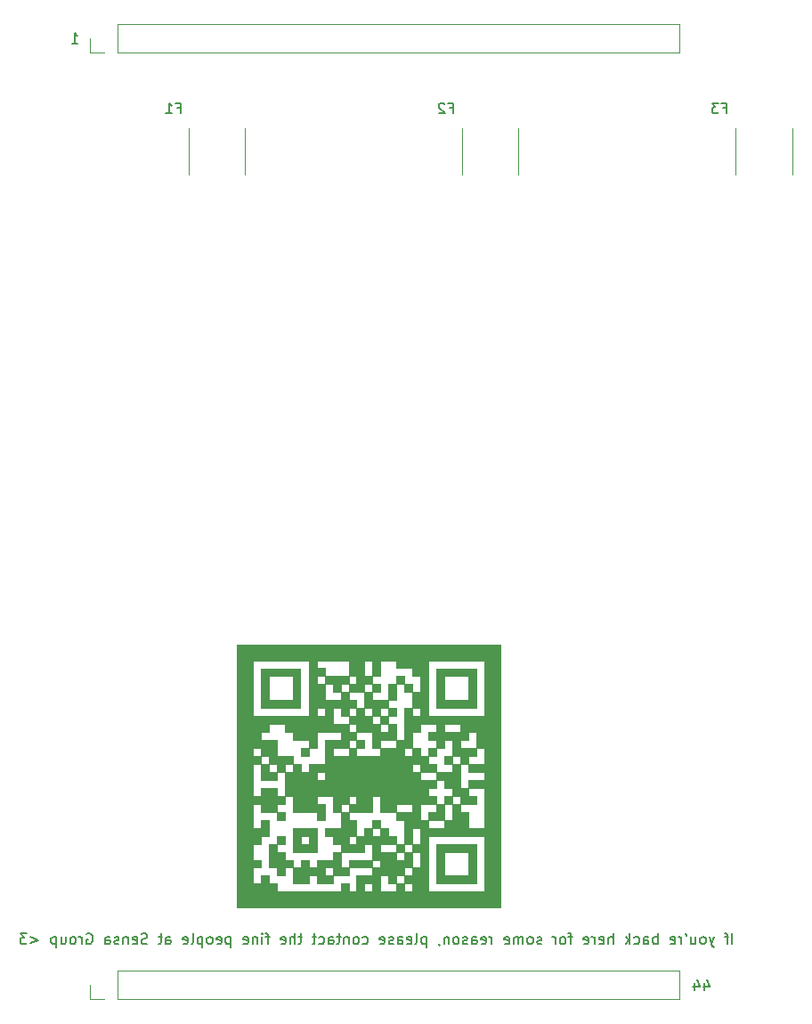
<source format=gbr>
%TF.GenerationSoftware,KiCad,Pcbnew,(5.1.9)-1*%
%TF.CreationDate,2021-11-07T00:19:35+01:00*%
%TF.ProjectId,RelayBoard,52656c61-7942-46f6-9172-642e6b696361,Version 1 *%
%TF.SameCoordinates,Original*%
%TF.FileFunction,Legend,Bot*%
%TF.FilePolarity,Positive*%
%FSLAX46Y46*%
G04 Gerber Fmt 4.6, Leading zero omitted, Abs format (unit mm)*
G04 Created by KiCad (PCBNEW (5.1.9)-1) date 2021-11-07 00:19:35*
%MOMM*%
%LPD*%
G01*
G04 APERTURE LIST*
%ADD10C,0.150000*%
%ADD11C,0.010000*%
%ADD12C,0.120000*%
G04 APERTURE END LIST*
D10*
X143403333Y-186312380D02*
X143403333Y-185312380D01*
X143069999Y-185645714D02*
X142689047Y-185645714D01*
X142927142Y-186312380D02*
X142927142Y-185455238D01*
X142879523Y-185360000D01*
X142784285Y-185312380D01*
X142689047Y-185312380D01*
X141689047Y-185645714D02*
X141450952Y-186312380D01*
X141212857Y-185645714D02*
X141450952Y-186312380D01*
X141546190Y-186550476D01*
X141593809Y-186598095D01*
X141689047Y-186645714D01*
X140689047Y-186312380D02*
X140784285Y-186264761D01*
X140831904Y-186217142D01*
X140879523Y-186121904D01*
X140879523Y-185836190D01*
X140831904Y-185740952D01*
X140784285Y-185693333D01*
X140689047Y-185645714D01*
X140546190Y-185645714D01*
X140450952Y-185693333D01*
X140403333Y-185740952D01*
X140355714Y-185836190D01*
X140355714Y-186121904D01*
X140403333Y-186217142D01*
X140450952Y-186264761D01*
X140546190Y-186312380D01*
X140689047Y-186312380D01*
X139498571Y-185645714D02*
X139498571Y-186312380D01*
X139927142Y-185645714D02*
X139927142Y-186169523D01*
X139879523Y-186264761D01*
X139784285Y-186312380D01*
X139641428Y-186312380D01*
X139546190Y-186264761D01*
X139498571Y-186217142D01*
X138974761Y-185312380D02*
X139069999Y-185502857D01*
X138546190Y-186312380D02*
X138546190Y-185645714D01*
X138546190Y-185836190D02*
X138498571Y-185740952D01*
X138450952Y-185693333D01*
X138355714Y-185645714D01*
X138260476Y-185645714D01*
X137546190Y-186264761D02*
X137641428Y-186312380D01*
X137831904Y-186312380D01*
X137927142Y-186264761D01*
X137974761Y-186169523D01*
X137974761Y-185788571D01*
X137927142Y-185693333D01*
X137831904Y-185645714D01*
X137641428Y-185645714D01*
X137546190Y-185693333D01*
X137498571Y-185788571D01*
X137498571Y-185883809D01*
X137974761Y-185979047D01*
X136308095Y-186312380D02*
X136308095Y-185312380D01*
X136308095Y-185693333D02*
X136212857Y-185645714D01*
X136022380Y-185645714D01*
X135927142Y-185693333D01*
X135879523Y-185740952D01*
X135831904Y-185836190D01*
X135831904Y-186121904D01*
X135879523Y-186217142D01*
X135927142Y-186264761D01*
X136022380Y-186312380D01*
X136212857Y-186312380D01*
X136308095Y-186264761D01*
X134974761Y-186312380D02*
X134974761Y-185788571D01*
X135022380Y-185693333D01*
X135117619Y-185645714D01*
X135308095Y-185645714D01*
X135403333Y-185693333D01*
X134974761Y-186264761D02*
X135069999Y-186312380D01*
X135308095Y-186312380D01*
X135403333Y-186264761D01*
X135450952Y-186169523D01*
X135450952Y-186074285D01*
X135403333Y-185979047D01*
X135308095Y-185931428D01*
X135069999Y-185931428D01*
X134974761Y-185883809D01*
X134069999Y-186264761D02*
X134165238Y-186312380D01*
X134355714Y-186312380D01*
X134450952Y-186264761D01*
X134498571Y-186217142D01*
X134546190Y-186121904D01*
X134546190Y-185836190D01*
X134498571Y-185740952D01*
X134450952Y-185693333D01*
X134355714Y-185645714D01*
X134165238Y-185645714D01*
X134069999Y-185693333D01*
X133641428Y-186312380D02*
X133641428Y-185312380D01*
X133546190Y-185931428D02*
X133260476Y-186312380D01*
X133260476Y-185645714D02*
X133641428Y-186026666D01*
X132069999Y-186312380D02*
X132069999Y-185312380D01*
X131641428Y-186312380D02*
X131641428Y-185788571D01*
X131689047Y-185693333D01*
X131784285Y-185645714D01*
X131927142Y-185645714D01*
X132022380Y-185693333D01*
X132069999Y-185740952D01*
X130784285Y-186264761D02*
X130879523Y-186312380D01*
X131069999Y-186312380D01*
X131165238Y-186264761D01*
X131212857Y-186169523D01*
X131212857Y-185788571D01*
X131165238Y-185693333D01*
X131069999Y-185645714D01*
X130879523Y-185645714D01*
X130784285Y-185693333D01*
X130736666Y-185788571D01*
X130736666Y-185883809D01*
X131212857Y-185979047D01*
X130308095Y-186312380D02*
X130308095Y-185645714D01*
X130308095Y-185836190D02*
X130260476Y-185740952D01*
X130212857Y-185693333D01*
X130117619Y-185645714D01*
X130022380Y-185645714D01*
X129308095Y-186264761D02*
X129403333Y-186312380D01*
X129593809Y-186312380D01*
X129689047Y-186264761D01*
X129736666Y-186169523D01*
X129736666Y-185788571D01*
X129689047Y-185693333D01*
X129593809Y-185645714D01*
X129403333Y-185645714D01*
X129308095Y-185693333D01*
X129260476Y-185788571D01*
X129260476Y-185883809D01*
X129736666Y-185979047D01*
X128212857Y-185645714D02*
X127831904Y-185645714D01*
X128069999Y-186312380D02*
X128069999Y-185455238D01*
X128022380Y-185360000D01*
X127927142Y-185312380D01*
X127831904Y-185312380D01*
X127355714Y-186312380D02*
X127450952Y-186264761D01*
X127498571Y-186217142D01*
X127546190Y-186121904D01*
X127546190Y-185836190D01*
X127498571Y-185740952D01*
X127450952Y-185693333D01*
X127355714Y-185645714D01*
X127212857Y-185645714D01*
X127117619Y-185693333D01*
X127069999Y-185740952D01*
X127022380Y-185836190D01*
X127022380Y-186121904D01*
X127069999Y-186217142D01*
X127117619Y-186264761D01*
X127212857Y-186312380D01*
X127355714Y-186312380D01*
X126593809Y-186312380D02*
X126593809Y-185645714D01*
X126593809Y-185836190D02*
X126546190Y-185740952D01*
X126498571Y-185693333D01*
X126403333Y-185645714D01*
X126308095Y-185645714D01*
X125260476Y-186264761D02*
X125165238Y-186312380D01*
X124974761Y-186312380D01*
X124879523Y-186264761D01*
X124831904Y-186169523D01*
X124831904Y-186121904D01*
X124879523Y-186026666D01*
X124974761Y-185979047D01*
X125117619Y-185979047D01*
X125212857Y-185931428D01*
X125260476Y-185836190D01*
X125260476Y-185788571D01*
X125212857Y-185693333D01*
X125117619Y-185645714D01*
X124974761Y-185645714D01*
X124879523Y-185693333D01*
X124260476Y-186312380D02*
X124355714Y-186264761D01*
X124403333Y-186217142D01*
X124450952Y-186121904D01*
X124450952Y-185836190D01*
X124403333Y-185740952D01*
X124355714Y-185693333D01*
X124260476Y-185645714D01*
X124117619Y-185645714D01*
X124022380Y-185693333D01*
X123974761Y-185740952D01*
X123927142Y-185836190D01*
X123927142Y-186121904D01*
X123974761Y-186217142D01*
X124022380Y-186264761D01*
X124117619Y-186312380D01*
X124260476Y-186312380D01*
X123498571Y-186312380D02*
X123498571Y-185645714D01*
X123498571Y-185740952D02*
X123450952Y-185693333D01*
X123355714Y-185645714D01*
X123212857Y-185645714D01*
X123117619Y-185693333D01*
X123069999Y-185788571D01*
X123069999Y-186312380D01*
X123069999Y-185788571D02*
X123022380Y-185693333D01*
X122927142Y-185645714D01*
X122784285Y-185645714D01*
X122689047Y-185693333D01*
X122641428Y-185788571D01*
X122641428Y-186312380D01*
X121784285Y-186264761D02*
X121879523Y-186312380D01*
X122069999Y-186312380D01*
X122165238Y-186264761D01*
X122212857Y-186169523D01*
X122212857Y-185788571D01*
X122165238Y-185693333D01*
X122069999Y-185645714D01*
X121879523Y-185645714D01*
X121784285Y-185693333D01*
X121736666Y-185788571D01*
X121736666Y-185883809D01*
X122212857Y-185979047D01*
X120546190Y-186312380D02*
X120546190Y-185645714D01*
X120546190Y-185836190D02*
X120498571Y-185740952D01*
X120450952Y-185693333D01*
X120355714Y-185645714D01*
X120260476Y-185645714D01*
X119546190Y-186264761D02*
X119641428Y-186312380D01*
X119831904Y-186312380D01*
X119927142Y-186264761D01*
X119974761Y-186169523D01*
X119974761Y-185788571D01*
X119927142Y-185693333D01*
X119831904Y-185645714D01*
X119641428Y-185645714D01*
X119546190Y-185693333D01*
X119498571Y-185788571D01*
X119498571Y-185883809D01*
X119974761Y-185979047D01*
X118641428Y-186312380D02*
X118641428Y-185788571D01*
X118689047Y-185693333D01*
X118784285Y-185645714D01*
X118974761Y-185645714D01*
X119069999Y-185693333D01*
X118641428Y-186264761D02*
X118736666Y-186312380D01*
X118974761Y-186312380D01*
X119069999Y-186264761D01*
X119117619Y-186169523D01*
X119117619Y-186074285D01*
X119069999Y-185979047D01*
X118974761Y-185931428D01*
X118736666Y-185931428D01*
X118641428Y-185883809D01*
X118212857Y-186264761D02*
X118117619Y-186312380D01*
X117927142Y-186312380D01*
X117831904Y-186264761D01*
X117784285Y-186169523D01*
X117784285Y-186121904D01*
X117831904Y-186026666D01*
X117927142Y-185979047D01*
X118069999Y-185979047D01*
X118165238Y-185931428D01*
X118212857Y-185836190D01*
X118212857Y-185788571D01*
X118165238Y-185693333D01*
X118069999Y-185645714D01*
X117927142Y-185645714D01*
X117831904Y-185693333D01*
X117212857Y-186312380D02*
X117308095Y-186264761D01*
X117355714Y-186217142D01*
X117403333Y-186121904D01*
X117403333Y-185836190D01*
X117355714Y-185740952D01*
X117308095Y-185693333D01*
X117212857Y-185645714D01*
X117069999Y-185645714D01*
X116974761Y-185693333D01*
X116927142Y-185740952D01*
X116879523Y-185836190D01*
X116879523Y-186121904D01*
X116927142Y-186217142D01*
X116974761Y-186264761D01*
X117069999Y-186312380D01*
X117212857Y-186312380D01*
X116450952Y-185645714D02*
X116450952Y-186312380D01*
X116450952Y-185740952D02*
X116403333Y-185693333D01*
X116308095Y-185645714D01*
X116165238Y-185645714D01*
X116069999Y-185693333D01*
X116022380Y-185788571D01*
X116022380Y-186312380D01*
X115498571Y-186264761D02*
X115498571Y-186312380D01*
X115546190Y-186407619D01*
X115593809Y-186455238D01*
X114308095Y-185645714D02*
X114308095Y-186645714D01*
X114308095Y-185693333D02*
X114212857Y-185645714D01*
X114022380Y-185645714D01*
X113927142Y-185693333D01*
X113879523Y-185740952D01*
X113831904Y-185836190D01*
X113831904Y-186121904D01*
X113879523Y-186217142D01*
X113927142Y-186264761D01*
X114022380Y-186312380D01*
X114212857Y-186312380D01*
X114308095Y-186264761D01*
X113260476Y-186312380D02*
X113355714Y-186264761D01*
X113403333Y-186169523D01*
X113403333Y-185312380D01*
X112498571Y-186264761D02*
X112593809Y-186312380D01*
X112784285Y-186312380D01*
X112879523Y-186264761D01*
X112927142Y-186169523D01*
X112927142Y-185788571D01*
X112879523Y-185693333D01*
X112784285Y-185645714D01*
X112593809Y-185645714D01*
X112498571Y-185693333D01*
X112450952Y-185788571D01*
X112450952Y-185883809D01*
X112927142Y-185979047D01*
X111593809Y-186312380D02*
X111593809Y-185788571D01*
X111641428Y-185693333D01*
X111736666Y-185645714D01*
X111927142Y-185645714D01*
X112022380Y-185693333D01*
X111593809Y-186264761D02*
X111689047Y-186312380D01*
X111927142Y-186312380D01*
X112022380Y-186264761D01*
X112069999Y-186169523D01*
X112069999Y-186074285D01*
X112022380Y-185979047D01*
X111927142Y-185931428D01*
X111689047Y-185931428D01*
X111593809Y-185883809D01*
X111165238Y-186264761D02*
X111069999Y-186312380D01*
X110879523Y-186312380D01*
X110784285Y-186264761D01*
X110736666Y-186169523D01*
X110736666Y-186121904D01*
X110784285Y-186026666D01*
X110879523Y-185979047D01*
X111022380Y-185979047D01*
X111117619Y-185931428D01*
X111165238Y-185836190D01*
X111165238Y-185788571D01*
X111117619Y-185693333D01*
X111022380Y-185645714D01*
X110879523Y-185645714D01*
X110784285Y-185693333D01*
X109927142Y-186264761D02*
X110022380Y-186312380D01*
X110212857Y-186312380D01*
X110308095Y-186264761D01*
X110355714Y-186169523D01*
X110355714Y-185788571D01*
X110308095Y-185693333D01*
X110212857Y-185645714D01*
X110022380Y-185645714D01*
X109927142Y-185693333D01*
X109879523Y-185788571D01*
X109879523Y-185883809D01*
X110355714Y-185979047D01*
X108260476Y-186264761D02*
X108355714Y-186312380D01*
X108546190Y-186312380D01*
X108641428Y-186264761D01*
X108689047Y-186217142D01*
X108736666Y-186121904D01*
X108736666Y-185836190D01*
X108689047Y-185740952D01*
X108641428Y-185693333D01*
X108546190Y-185645714D01*
X108355714Y-185645714D01*
X108260476Y-185693333D01*
X107689047Y-186312380D02*
X107784285Y-186264761D01*
X107831904Y-186217142D01*
X107879523Y-186121904D01*
X107879523Y-185836190D01*
X107831904Y-185740952D01*
X107784285Y-185693333D01*
X107689047Y-185645714D01*
X107546190Y-185645714D01*
X107450952Y-185693333D01*
X107403333Y-185740952D01*
X107355714Y-185836190D01*
X107355714Y-186121904D01*
X107403333Y-186217142D01*
X107450952Y-186264761D01*
X107546190Y-186312380D01*
X107689047Y-186312380D01*
X106927142Y-185645714D02*
X106927142Y-186312380D01*
X106927142Y-185740952D02*
X106879523Y-185693333D01*
X106784285Y-185645714D01*
X106641428Y-185645714D01*
X106546190Y-185693333D01*
X106498571Y-185788571D01*
X106498571Y-186312380D01*
X106165238Y-185645714D02*
X105784285Y-185645714D01*
X106022380Y-185312380D02*
X106022380Y-186169523D01*
X105974761Y-186264761D01*
X105879523Y-186312380D01*
X105784285Y-186312380D01*
X105022380Y-186312380D02*
X105022380Y-185788571D01*
X105069999Y-185693333D01*
X105165238Y-185645714D01*
X105355714Y-185645714D01*
X105450952Y-185693333D01*
X105022380Y-186264761D02*
X105117619Y-186312380D01*
X105355714Y-186312380D01*
X105450952Y-186264761D01*
X105498571Y-186169523D01*
X105498571Y-186074285D01*
X105450952Y-185979047D01*
X105355714Y-185931428D01*
X105117619Y-185931428D01*
X105022380Y-185883809D01*
X104117619Y-186264761D02*
X104212857Y-186312380D01*
X104403333Y-186312380D01*
X104498571Y-186264761D01*
X104546190Y-186217142D01*
X104593809Y-186121904D01*
X104593809Y-185836190D01*
X104546190Y-185740952D01*
X104498571Y-185693333D01*
X104403333Y-185645714D01*
X104212857Y-185645714D01*
X104117619Y-185693333D01*
X103831904Y-185645714D02*
X103450952Y-185645714D01*
X103689047Y-185312380D02*
X103689047Y-186169523D01*
X103641428Y-186264761D01*
X103546190Y-186312380D01*
X103450952Y-186312380D01*
X102498571Y-185645714D02*
X102117619Y-185645714D01*
X102355714Y-185312380D02*
X102355714Y-186169523D01*
X102308095Y-186264761D01*
X102212857Y-186312380D01*
X102117619Y-186312380D01*
X101784285Y-186312380D02*
X101784285Y-185312380D01*
X101355714Y-186312380D02*
X101355714Y-185788571D01*
X101403333Y-185693333D01*
X101498571Y-185645714D01*
X101641428Y-185645714D01*
X101736666Y-185693333D01*
X101784285Y-185740952D01*
X100498571Y-186264761D02*
X100593809Y-186312380D01*
X100784285Y-186312380D01*
X100879523Y-186264761D01*
X100927142Y-186169523D01*
X100927142Y-185788571D01*
X100879523Y-185693333D01*
X100784285Y-185645714D01*
X100593809Y-185645714D01*
X100498571Y-185693333D01*
X100450952Y-185788571D01*
X100450952Y-185883809D01*
X100927142Y-185979047D01*
X99403333Y-185645714D02*
X99022380Y-185645714D01*
X99260476Y-186312380D02*
X99260476Y-185455238D01*
X99212857Y-185360000D01*
X99117619Y-185312380D01*
X99022380Y-185312380D01*
X98689047Y-186312380D02*
X98689047Y-185645714D01*
X98689047Y-185312380D02*
X98736666Y-185360000D01*
X98689047Y-185407619D01*
X98641428Y-185360000D01*
X98689047Y-185312380D01*
X98689047Y-185407619D01*
X98212857Y-185645714D02*
X98212857Y-186312380D01*
X98212857Y-185740952D02*
X98165238Y-185693333D01*
X98070000Y-185645714D01*
X97927142Y-185645714D01*
X97831904Y-185693333D01*
X97784285Y-185788571D01*
X97784285Y-186312380D01*
X96927142Y-186264761D02*
X97022380Y-186312380D01*
X97212857Y-186312380D01*
X97308095Y-186264761D01*
X97355714Y-186169523D01*
X97355714Y-185788571D01*
X97308095Y-185693333D01*
X97212857Y-185645714D01*
X97022380Y-185645714D01*
X96927142Y-185693333D01*
X96879523Y-185788571D01*
X96879523Y-185883809D01*
X97355714Y-185979047D01*
X95689047Y-185645714D02*
X95689047Y-186645714D01*
X95689047Y-185693333D02*
X95593809Y-185645714D01*
X95403333Y-185645714D01*
X95308095Y-185693333D01*
X95260476Y-185740952D01*
X95212857Y-185836190D01*
X95212857Y-186121904D01*
X95260476Y-186217142D01*
X95308095Y-186264761D01*
X95403333Y-186312380D01*
X95593809Y-186312380D01*
X95689047Y-186264761D01*
X94403333Y-186264761D02*
X94498571Y-186312380D01*
X94689047Y-186312380D01*
X94784285Y-186264761D01*
X94831904Y-186169523D01*
X94831904Y-185788571D01*
X94784285Y-185693333D01*
X94689047Y-185645714D01*
X94498571Y-185645714D01*
X94403333Y-185693333D01*
X94355714Y-185788571D01*
X94355714Y-185883809D01*
X94831904Y-185979047D01*
X93784285Y-186312380D02*
X93879523Y-186264761D01*
X93927142Y-186217142D01*
X93974761Y-186121904D01*
X93974761Y-185836190D01*
X93927142Y-185740952D01*
X93879523Y-185693333D01*
X93784285Y-185645714D01*
X93641428Y-185645714D01*
X93546190Y-185693333D01*
X93498571Y-185740952D01*
X93450952Y-185836190D01*
X93450952Y-186121904D01*
X93498571Y-186217142D01*
X93546190Y-186264761D01*
X93641428Y-186312380D01*
X93784285Y-186312380D01*
X93022380Y-185645714D02*
X93022380Y-186645714D01*
X93022380Y-185693333D02*
X92927142Y-185645714D01*
X92736666Y-185645714D01*
X92641428Y-185693333D01*
X92593809Y-185740952D01*
X92546190Y-185836190D01*
X92546190Y-186121904D01*
X92593809Y-186217142D01*
X92641428Y-186264761D01*
X92736666Y-186312380D01*
X92927142Y-186312380D01*
X93022380Y-186264761D01*
X91974761Y-186312380D02*
X92070000Y-186264761D01*
X92117619Y-186169523D01*
X92117619Y-185312380D01*
X91212857Y-186264761D02*
X91308095Y-186312380D01*
X91498571Y-186312380D01*
X91593809Y-186264761D01*
X91641428Y-186169523D01*
X91641428Y-185788571D01*
X91593809Y-185693333D01*
X91498571Y-185645714D01*
X91308095Y-185645714D01*
X91212857Y-185693333D01*
X91165238Y-185788571D01*
X91165238Y-185883809D01*
X91641428Y-185979047D01*
X89546190Y-186312380D02*
X89546190Y-185788571D01*
X89593809Y-185693333D01*
X89689047Y-185645714D01*
X89879523Y-185645714D01*
X89974761Y-185693333D01*
X89546190Y-186264761D02*
X89641428Y-186312380D01*
X89879523Y-186312380D01*
X89974761Y-186264761D01*
X90022380Y-186169523D01*
X90022380Y-186074285D01*
X89974761Y-185979047D01*
X89879523Y-185931428D01*
X89641428Y-185931428D01*
X89546190Y-185883809D01*
X89212857Y-185645714D02*
X88831904Y-185645714D01*
X89070000Y-185312380D02*
X89070000Y-186169523D01*
X89022380Y-186264761D01*
X88927142Y-186312380D01*
X88831904Y-186312380D01*
X87784285Y-186264761D02*
X87641428Y-186312380D01*
X87403333Y-186312380D01*
X87308095Y-186264761D01*
X87260476Y-186217142D01*
X87212857Y-186121904D01*
X87212857Y-186026666D01*
X87260476Y-185931428D01*
X87308095Y-185883809D01*
X87403333Y-185836190D01*
X87593809Y-185788571D01*
X87689047Y-185740952D01*
X87736666Y-185693333D01*
X87784285Y-185598095D01*
X87784285Y-185502857D01*
X87736666Y-185407619D01*
X87689047Y-185360000D01*
X87593809Y-185312380D01*
X87355714Y-185312380D01*
X87212857Y-185360000D01*
X86403333Y-186264761D02*
X86498571Y-186312380D01*
X86689047Y-186312380D01*
X86784285Y-186264761D01*
X86831904Y-186169523D01*
X86831904Y-185788571D01*
X86784285Y-185693333D01*
X86689047Y-185645714D01*
X86498571Y-185645714D01*
X86403333Y-185693333D01*
X86355714Y-185788571D01*
X86355714Y-185883809D01*
X86831904Y-185979047D01*
X85927142Y-185645714D02*
X85927142Y-186312380D01*
X85927142Y-185740952D02*
X85879523Y-185693333D01*
X85784285Y-185645714D01*
X85641428Y-185645714D01*
X85546190Y-185693333D01*
X85498571Y-185788571D01*
X85498571Y-186312380D01*
X85070000Y-186264761D02*
X84974761Y-186312380D01*
X84784285Y-186312380D01*
X84689047Y-186264761D01*
X84641428Y-186169523D01*
X84641428Y-186121904D01*
X84689047Y-186026666D01*
X84784285Y-185979047D01*
X84927142Y-185979047D01*
X85022380Y-185931428D01*
X85070000Y-185836190D01*
X85070000Y-185788571D01*
X85022380Y-185693333D01*
X84927142Y-185645714D01*
X84784285Y-185645714D01*
X84689047Y-185693333D01*
X83784285Y-186312380D02*
X83784285Y-185788571D01*
X83831904Y-185693333D01*
X83927142Y-185645714D01*
X84117619Y-185645714D01*
X84212857Y-185693333D01*
X83784285Y-186264761D02*
X83879523Y-186312380D01*
X84117619Y-186312380D01*
X84212857Y-186264761D01*
X84260476Y-186169523D01*
X84260476Y-186074285D01*
X84212857Y-185979047D01*
X84117619Y-185931428D01*
X83879523Y-185931428D01*
X83784285Y-185883809D01*
X82022380Y-185360000D02*
X82117619Y-185312380D01*
X82260476Y-185312380D01*
X82403333Y-185360000D01*
X82498571Y-185455238D01*
X82546190Y-185550476D01*
X82593809Y-185740952D01*
X82593809Y-185883809D01*
X82546190Y-186074285D01*
X82498571Y-186169523D01*
X82403333Y-186264761D01*
X82260476Y-186312380D01*
X82165238Y-186312380D01*
X82022380Y-186264761D01*
X81974761Y-186217142D01*
X81974761Y-185883809D01*
X82165238Y-185883809D01*
X81546190Y-186312380D02*
X81546190Y-185645714D01*
X81546190Y-185836190D02*
X81498571Y-185740952D01*
X81450952Y-185693333D01*
X81355714Y-185645714D01*
X81260476Y-185645714D01*
X80784285Y-186312380D02*
X80879523Y-186264761D01*
X80927142Y-186217142D01*
X80974761Y-186121904D01*
X80974761Y-185836190D01*
X80927142Y-185740952D01*
X80879523Y-185693333D01*
X80784285Y-185645714D01*
X80641428Y-185645714D01*
X80546190Y-185693333D01*
X80498571Y-185740952D01*
X80450952Y-185836190D01*
X80450952Y-186121904D01*
X80498571Y-186217142D01*
X80546190Y-186264761D01*
X80641428Y-186312380D01*
X80784285Y-186312380D01*
X79593809Y-185645714D02*
X79593809Y-186312380D01*
X80022380Y-185645714D02*
X80022380Y-186169523D01*
X79974761Y-186264761D01*
X79879523Y-186312380D01*
X79736666Y-186312380D01*
X79641428Y-186264761D01*
X79593809Y-186217142D01*
X79117619Y-185645714D02*
X79117619Y-186645714D01*
X79117619Y-185693333D02*
X79022380Y-185645714D01*
X78831904Y-185645714D01*
X78736666Y-185693333D01*
X78689047Y-185740952D01*
X78641428Y-185836190D01*
X78641428Y-186121904D01*
X78689047Y-186217142D01*
X78736666Y-186264761D01*
X78831904Y-186312380D01*
X79022380Y-186312380D01*
X79117619Y-186264761D01*
X76689047Y-185645714D02*
X77450952Y-185931428D01*
X76689047Y-186217142D01*
X76308095Y-185312380D02*
X75689047Y-185312380D01*
X76022380Y-185693333D01*
X75879523Y-185693333D01*
X75784285Y-185740952D01*
X75736666Y-185788571D01*
X75689047Y-185883809D01*
X75689047Y-186121904D01*
X75736666Y-186217142D01*
X75784285Y-186264761D01*
X75879523Y-186312380D01*
X76165238Y-186312380D01*
X76260476Y-186264761D01*
X76308095Y-186217142D01*
D11*
%TO.C,G\u002A\u002A\u002A*%
G36*
X96303379Y-182856621D02*
G01*
X121334948Y-182856621D01*
X121334948Y-176029830D01*
X119817884Y-176029830D01*
X119817884Y-181339557D01*
X114508157Y-181339557D01*
X114508157Y-180581024D01*
X112991092Y-180581024D01*
X112991092Y-181339557D01*
X112232559Y-181339557D01*
X112232559Y-180581024D01*
X112991092Y-180581024D01*
X114508157Y-180581024D01*
X114508157Y-177546895D01*
X113749624Y-177546895D01*
X113749624Y-179063959D01*
X112991092Y-179063959D01*
X112991092Y-179822492D01*
X112232559Y-179822492D01*
X112232559Y-180581024D01*
X111474027Y-180581024D01*
X111474027Y-181339557D01*
X109956962Y-181339557D01*
X109956962Y-180581024D01*
X109198430Y-180581024D01*
X109198430Y-181339557D01*
X108439897Y-181339557D01*
X108439897Y-180581024D01*
X109198430Y-180581024D01*
X109956962Y-180581024D01*
X109956962Y-179822492D01*
X110715495Y-179822492D01*
X110715495Y-180581024D01*
X111474027Y-180581024D01*
X111474027Y-179822492D01*
X112232559Y-179822492D01*
X112232559Y-179063959D01*
X112991092Y-179063959D01*
X112991092Y-177546895D01*
X113749624Y-177546895D01*
X114508157Y-177546895D01*
X114508157Y-176029830D01*
X119817884Y-176029830D01*
X121334948Y-176029830D01*
X121334948Y-169961570D01*
X119817884Y-169961570D01*
X119817884Y-170720103D01*
X118300819Y-170720103D01*
X118300819Y-171478635D01*
X119817884Y-171478635D01*
X119817884Y-175271297D01*
X118300819Y-175271297D01*
X118300819Y-173754232D01*
X117542286Y-173754232D01*
X117542286Y-172995700D01*
X116783754Y-172995700D01*
X116783754Y-174512765D01*
X116025222Y-174512765D01*
X116025222Y-175271297D01*
X114508157Y-175271297D01*
X113749624Y-175271297D01*
X113749624Y-176788362D01*
X112991092Y-176788362D01*
X112991092Y-177546895D01*
X112232559Y-177546895D01*
X112232559Y-178305427D01*
X111474027Y-178305427D01*
X109956962Y-178305427D01*
X109956962Y-179063959D01*
X109198430Y-179063959D01*
X109198430Y-179822492D01*
X107681365Y-179822492D01*
X107681365Y-181339557D01*
X106922832Y-181339557D01*
X106922832Y-180581024D01*
X106164300Y-180581024D01*
X106164300Y-181339557D01*
X100096041Y-181339557D01*
X100096041Y-180581024D01*
X99337508Y-180581024D01*
X99337508Y-179822492D01*
X98578976Y-179822492D01*
X98578976Y-180581024D01*
X97820443Y-180581024D01*
X97820443Y-179063959D01*
X98578976Y-179063959D01*
X98578976Y-178305427D01*
X97820443Y-178305427D01*
X97820443Y-176788362D01*
X98578976Y-176788362D01*
X98578976Y-176029830D01*
X99337508Y-176029830D01*
X99337508Y-174512765D01*
X98578976Y-174512765D01*
X98578976Y-175271297D01*
X97820443Y-175271297D01*
X97820443Y-172995700D01*
X98578976Y-172995700D01*
X98578976Y-173754232D01*
X100096041Y-173754232D01*
X100096041Y-172995700D01*
X100854573Y-172995700D01*
X100854573Y-172237168D01*
X101613105Y-172237168D01*
X101613105Y-173754232D01*
X103888703Y-173754232D01*
X103888703Y-174512765D01*
X104647235Y-174512765D01*
X104647235Y-172995700D01*
X103888703Y-172995700D01*
X103888703Y-172237168D01*
X105405768Y-172237168D01*
X105405768Y-173754232D01*
X106164300Y-173754232D01*
X106164300Y-175271297D01*
X104647235Y-175271297D01*
X104647235Y-176029830D01*
X105405768Y-176029830D01*
X105405768Y-176788362D01*
X106164300Y-176788362D01*
X106164300Y-177546895D01*
X108439897Y-177546895D01*
X108439897Y-176788362D01*
X109198430Y-176788362D01*
X109198430Y-178305427D01*
X109956962Y-178305427D01*
X111474027Y-178305427D01*
X111474027Y-177546895D01*
X109956962Y-177546895D01*
X109956962Y-176788362D01*
X111474027Y-176788362D01*
X111474027Y-176029830D01*
X110715495Y-176029830D01*
X110715495Y-175271297D01*
X109956962Y-175271297D01*
X109956962Y-176029830D01*
X109198430Y-176029830D01*
X109198430Y-175271297D01*
X108439897Y-175271297D01*
X108439897Y-176029830D01*
X107681365Y-176029830D01*
X107681365Y-176788362D01*
X106922832Y-176788362D01*
X106922832Y-176029830D01*
X107681365Y-176029830D01*
X107681365Y-174512765D01*
X106922832Y-174512765D01*
X106922832Y-173754232D01*
X109198430Y-173754232D01*
X109198430Y-172237168D01*
X107681365Y-172237168D01*
X107681365Y-172995700D01*
X106922832Y-172995700D01*
X106922832Y-173754232D01*
X106164300Y-173754232D01*
X106164300Y-172995700D01*
X106922832Y-172995700D01*
X106922832Y-172237168D01*
X107681365Y-172237168D01*
X109198430Y-172237168D01*
X109956962Y-172237168D01*
X109956962Y-173754232D01*
X111474027Y-173754232D01*
X111474027Y-174512765D01*
X112232559Y-174512765D01*
X112232559Y-176788362D01*
X112991092Y-176788362D01*
X112991092Y-175271297D01*
X113749624Y-175271297D01*
X114508157Y-175271297D01*
X114508157Y-174512765D01*
X113749624Y-174512765D01*
X113749624Y-172995700D01*
X112991092Y-172995700D01*
X112991092Y-173754232D01*
X111474027Y-173754232D01*
X111474027Y-172995700D01*
X112991092Y-172995700D01*
X113749624Y-172995700D01*
X115266689Y-172995700D01*
X115266689Y-172237168D01*
X114508157Y-172237168D01*
X114508157Y-171478635D01*
X115266689Y-171478635D01*
X115266689Y-170720103D01*
X113749624Y-170720103D01*
X113749624Y-169961570D01*
X115266689Y-169961570D01*
X115266689Y-169203038D01*
X114508157Y-169203038D01*
X113749624Y-169203038D01*
X113749624Y-169961570D01*
X112991092Y-169961570D01*
X104647235Y-169961570D01*
X104647235Y-170720103D01*
X103888703Y-170720103D01*
X103888703Y-169961570D01*
X104647235Y-169961570D01*
X112991092Y-169961570D01*
X112991092Y-169203038D01*
X113749624Y-169203038D01*
X114508157Y-169203038D01*
X114508157Y-168444505D01*
X113749624Y-168444505D01*
X113749624Y-167685973D01*
X112991092Y-167685973D01*
X112991092Y-168444505D01*
X112232559Y-168444505D01*
X112232559Y-167685973D01*
X112991092Y-167685973D01*
X112991092Y-166168908D01*
X113749624Y-166168908D01*
X113749624Y-165410376D01*
X115266689Y-165410376D01*
X115266689Y-166168908D01*
X114508157Y-166168908D01*
X114508157Y-166927441D01*
X115266689Y-166927441D01*
X115266689Y-167685973D01*
X116025222Y-167685973D01*
X116025222Y-166927441D01*
X116783754Y-166927441D01*
X116783754Y-168444505D01*
X117542286Y-168444505D01*
X117542286Y-169203038D01*
X118300819Y-169203038D01*
X118300819Y-169961570D01*
X119817884Y-169961570D01*
X121334948Y-169961570D01*
X121334948Y-167685973D01*
X119817884Y-167685973D01*
X119817884Y-169203038D01*
X118300819Y-169203038D01*
X118300819Y-168444505D01*
X119059351Y-168444505D01*
X119059351Y-167685973D01*
X119817884Y-167685973D01*
X121334948Y-167685973D01*
X121334948Y-166168908D01*
X119059351Y-166168908D01*
X119059351Y-167685973D01*
X117542286Y-167685973D01*
X117542286Y-166927441D01*
X118300819Y-166927441D01*
X118300819Y-166168908D01*
X119059351Y-166168908D01*
X121334948Y-166168908D01*
X121334948Y-165410376D01*
X117542286Y-165410376D01*
X117542286Y-166168908D01*
X116025222Y-166168908D01*
X116025222Y-165410376D01*
X117542286Y-165410376D01*
X121334948Y-165410376D01*
X121334948Y-159342116D01*
X119817884Y-159342116D01*
X119817884Y-164651843D01*
X114508157Y-164651843D01*
X114508157Y-163893311D01*
X113749624Y-163893311D01*
X113749624Y-164651843D01*
X112991092Y-164651843D01*
X112991092Y-163893311D01*
X113749624Y-163893311D01*
X114508157Y-163893311D01*
X114508157Y-160859181D01*
X113749624Y-160859181D01*
X113749624Y-162376246D01*
X112991092Y-162376246D01*
X112991092Y-163893311D01*
X112232559Y-163893311D01*
X112232559Y-166927441D01*
X111474027Y-166927441D01*
X111474027Y-167685973D01*
X109956962Y-167685973D01*
X109956962Y-168444505D01*
X107681365Y-168444505D01*
X107681365Y-167685973D01*
X106922832Y-167685973D01*
X106922832Y-168444505D01*
X105405768Y-168444505D01*
X105405768Y-167685973D01*
X106922832Y-167685973D01*
X106922832Y-166927441D01*
X107681365Y-166927441D01*
X107681365Y-166168908D01*
X106922832Y-166168908D01*
X106164300Y-166168908D01*
X106164300Y-166927441D01*
X104647235Y-166927441D01*
X104647235Y-169203038D01*
X103130170Y-169203038D01*
X103130170Y-169961570D01*
X102371638Y-169961570D01*
X102371638Y-169203038D01*
X101613105Y-169203038D01*
X101613105Y-169961570D01*
X100854573Y-169961570D01*
X100854573Y-172237168D01*
X100096041Y-172237168D01*
X100096041Y-171478635D01*
X98578976Y-171478635D01*
X98578976Y-172237168D01*
X97820443Y-172237168D01*
X97820443Y-169203038D01*
X98578976Y-169203038D01*
X98578976Y-168444505D01*
X99337508Y-168444505D01*
X99337508Y-169203038D01*
X100096041Y-169203038D01*
X100096041Y-169961570D01*
X100854573Y-169961570D01*
X100854573Y-169203038D01*
X101613105Y-169203038D01*
X101613105Y-168444505D01*
X100096041Y-168444505D01*
X100096041Y-167685973D01*
X98578976Y-167685973D01*
X98578976Y-168444505D01*
X97820443Y-168444505D01*
X97820443Y-167685973D01*
X98578976Y-167685973D01*
X100096041Y-167685973D01*
X100096041Y-166927441D01*
X98578976Y-166927441D01*
X98578976Y-166168908D01*
X99337508Y-166168908D01*
X99337508Y-165410376D01*
X100854573Y-165410376D01*
X100854573Y-166168908D01*
X101613105Y-166168908D01*
X101613105Y-166927441D01*
X103130170Y-166927441D01*
X103130170Y-167685973D01*
X103888703Y-167685973D01*
X103888703Y-166168908D01*
X106164300Y-166168908D01*
X106922832Y-166168908D01*
X106922832Y-165410376D01*
X105405768Y-165410376D01*
X105405768Y-163893311D01*
X104647235Y-163893311D01*
X104647235Y-164651843D01*
X103888703Y-164651843D01*
X103888703Y-163893311D01*
X104647235Y-163893311D01*
X105405768Y-163893311D01*
X106164300Y-163893311D01*
X106164300Y-164651843D01*
X106922832Y-164651843D01*
X106922832Y-163893311D01*
X107681365Y-163893311D01*
X107681365Y-163134778D01*
X106922832Y-163134778D01*
X106922832Y-162376246D01*
X108439897Y-162376246D01*
X108439897Y-161617714D01*
X109198430Y-161617714D01*
X109198430Y-160859181D01*
X109956962Y-160859181D01*
X109956962Y-159342116D01*
X109198430Y-159342116D01*
X109198430Y-160859181D01*
X108439897Y-160859181D01*
X107681365Y-160859181D01*
X107681365Y-161617714D01*
X106922832Y-161617714D01*
X106922832Y-162376246D01*
X106164300Y-162376246D01*
X106164300Y-163134778D01*
X104647235Y-163134778D01*
X104647235Y-161617714D01*
X103888703Y-161617714D01*
X103888703Y-160859181D01*
X104647235Y-160859181D01*
X104647235Y-160100649D01*
X103888703Y-160100649D01*
X103888703Y-159342116D01*
X103130170Y-159342116D01*
X103130170Y-164651843D01*
X97820443Y-164651843D01*
X97820443Y-159342116D01*
X103130170Y-159342116D01*
X103888703Y-159342116D01*
X106922832Y-159342116D01*
X106922832Y-160859181D01*
X107681365Y-160859181D01*
X108439897Y-160859181D01*
X108439897Y-159342116D01*
X109198430Y-159342116D01*
X109956962Y-159342116D01*
X111474027Y-159342116D01*
X111474027Y-160100649D01*
X112991092Y-160100649D01*
X112991092Y-160859181D01*
X113749624Y-160859181D01*
X114508157Y-160859181D01*
X114508157Y-159342116D01*
X119817884Y-159342116D01*
X121334948Y-159342116D01*
X121334948Y-157825052D01*
X96303379Y-157825052D01*
X96303379Y-182856621D01*
G37*
X96303379Y-182856621D02*
X121334948Y-182856621D01*
X121334948Y-176029830D01*
X119817884Y-176029830D01*
X119817884Y-181339557D01*
X114508157Y-181339557D01*
X114508157Y-180581024D01*
X112991092Y-180581024D01*
X112991092Y-181339557D01*
X112232559Y-181339557D01*
X112232559Y-180581024D01*
X112991092Y-180581024D01*
X114508157Y-180581024D01*
X114508157Y-177546895D01*
X113749624Y-177546895D01*
X113749624Y-179063959D01*
X112991092Y-179063959D01*
X112991092Y-179822492D01*
X112232559Y-179822492D01*
X112232559Y-180581024D01*
X111474027Y-180581024D01*
X111474027Y-181339557D01*
X109956962Y-181339557D01*
X109956962Y-180581024D01*
X109198430Y-180581024D01*
X109198430Y-181339557D01*
X108439897Y-181339557D01*
X108439897Y-180581024D01*
X109198430Y-180581024D01*
X109956962Y-180581024D01*
X109956962Y-179822492D01*
X110715495Y-179822492D01*
X110715495Y-180581024D01*
X111474027Y-180581024D01*
X111474027Y-179822492D01*
X112232559Y-179822492D01*
X112232559Y-179063959D01*
X112991092Y-179063959D01*
X112991092Y-177546895D01*
X113749624Y-177546895D01*
X114508157Y-177546895D01*
X114508157Y-176029830D01*
X119817884Y-176029830D01*
X121334948Y-176029830D01*
X121334948Y-169961570D01*
X119817884Y-169961570D01*
X119817884Y-170720103D01*
X118300819Y-170720103D01*
X118300819Y-171478635D01*
X119817884Y-171478635D01*
X119817884Y-175271297D01*
X118300819Y-175271297D01*
X118300819Y-173754232D01*
X117542286Y-173754232D01*
X117542286Y-172995700D01*
X116783754Y-172995700D01*
X116783754Y-174512765D01*
X116025222Y-174512765D01*
X116025222Y-175271297D01*
X114508157Y-175271297D01*
X113749624Y-175271297D01*
X113749624Y-176788362D01*
X112991092Y-176788362D01*
X112991092Y-177546895D01*
X112232559Y-177546895D01*
X112232559Y-178305427D01*
X111474027Y-178305427D01*
X109956962Y-178305427D01*
X109956962Y-179063959D01*
X109198430Y-179063959D01*
X109198430Y-179822492D01*
X107681365Y-179822492D01*
X107681365Y-181339557D01*
X106922832Y-181339557D01*
X106922832Y-180581024D01*
X106164300Y-180581024D01*
X106164300Y-181339557D01*
X100096041Y-181339557D01*
X100096041Y-180581024D01*
X99337508Y-180581024D01*
X99337508Y-179822492D01*
X98578976Y-179822492D01*
X98578976Y-180581024D01*
X97820443Y-180581024D01*
X97820443Y-179063959D01*
X98578976Y-179063959D01*
X98578976Y-178305427D01*
X97820443Y-178305427D01*
X97820443Y-176788362D01*
X98578976Y-176788362D01*
X98578976Y-176029830D01*
X99337508Y-176029830D01*
X99337508Y-174512765D01*
X98578976Y-174512765D01*
X98578976Y-175271297D01*
X97820443Y-175271297D01*
X97820443Y-172995700D01*
X98578976Y-172995700D01*
X98578976Y-173754232D01*
X100096041Y-173754232D01*
X100096041Y-172995700D01*
X100854573Y-172995700D01*
X100854573Y-172237168D01*
X101613105Y-172237168D01*
X101613105Y-173754232D01*
X103888703Y-173754232D01*
X103888703Y-174512765D01*
X104647235Y-174512765D01*
X104647235Y-172995700D01*
X103888703Y-172995700D01*
X103888703Y-172237168D01*
X105405768Y-172237168D01*
X105405768Y-173754232D01*
X106164300Y-173754232D01*
X106164300Y-175271297D01*
X104647235Y-175271297D01*
X104647235Y-176029830D01*
X105405768Y-176029830D01*
X105405768Y-176788362D01*
X106164300Y-176788362D01*
X106164300Y-177546895D01*
X108439897Y-177546895D01*
X108439897Y-176788362D01*
X109198430Y-176788362D01*
X109198430Y-178305427D01*
X109956962Y-178305427D01*
X111474027Y-178305427D01*
X111474027Y-177546895D01*
X109956962Y-177546895D01*
X109956962Y-176788362D01*
X111474027Y-176788362D01*
X111474027Y-176029830D01*
X110715495Y-176029830D01*
X110715495Y-175271297D01*
X109956962Y-175271297D01*
X109956962Y-176029830D01*
X109198430Y-176029830D01*
X109198430Y-175271297D01*
X108439897Y-175271297D01*
X108439897Y-176029830D01*
X107681365Y-176029830D01*
X107681365Y-176788362D01*
X106922832Y-176788362D01*
X106922832Y-176029830D01*
X107681365Y-176029830D01*
X107681365Y-174512765D01*
X106922832Y-174512765D01*
X106922832Y-173754232D01*
X109198430Y-173754232D01*
X109198430Y-172237168D01*
X107681365Y-172237168D01*
X107681365Y-172995700D01*
X106922832Y-172995700D01*
X106922832Y-173754232D01*
X106164300Y-173754232D01*
X106164300Y-172995700D01*
X106922832Y-172995700D01*
X106922832Y-172237168D01*
X107681365Y-172237168D01*
X109198430Y-172237168D01*
X109956962Y-172237168D01*
X109956962Y-173754232D01*
X111474027Y-173754232D01*
X111474027Y-174512765D01*
X112232559Y-174512765D01*
X112232559Y-176788362D01*
X112991092Y-176788362D01*
X112991092Y-175271297D01*
X113749624Y-175271297D01*
X114508157Y-175271297D01*
X114508157Y-174512765D01*
X113749624Y-174512765D01*
X113749624Y-172995700D01*
X112991092Y-172995700D01*
X112991092Y-173754232D01*
X111474027Y-173754232D01*
X111474027Y-172995700D01*
X112991092Y-172995700D01*
X113749624Y-172995700D01*
X115266689Y-172995700D01*
X115266689Y-172237168D01*
X114508157Y-172237168D01*
X114508157Y-171478635D01*
X115266689Y-171478635D01*
X115266689Y-170720103D01*
X113749624Y-170720103D01*
X113749624Y-169961570D01*
X115266689Y-169961570D01*
X115266689Y-169203038D01*
X114508157Y-169203038D01*
X113749624Y-169203038D01*
X113749624Y-169961570D01*
X112991092Y-169961570D01*
X104647235Y-169961570D01*
X104647235Y-170720103D01*
X103888703Y-170720103D01*
X103888703Y-169961570D01*
X104647235Y-169961570D01*
X112991092Y-169961570D01*
X112991092Y-169203038D01*
X113749624Y-169203038D01*
X114508157Y-169203038D01*
X114508157Y-168444505D01*
X113749624Y-168444505D01*
X113749624Y-167685973D01*
X112991092Y-167685973D01*
X112991092Y-168444505D01*
X112232559Y-168444505D01*
X112232559Y-167685973D01*
X112991092Y-167685973D01*
X112991092Y-166168908D01*
X113749624Y-166168908D01*
X113749624Y-165410376D01*
X115266689Y-165410376D01*
X115266689Y-166168908D01*
X114508157Y-166168908D01*
X114508157Y-166927441D01*
X115266689Y-166927441D01*
X115266689Y-167685973D01*
X116025222Y-167685973D01*
X116025222Y-166927441D01*
X116783754Y-166927441D01*
X116783754Y-168444505D01*
X117542286Y-168444505D01*
X117542286Y-169203038D01*
X118300819Y-169203038D01*
X118300819Y-169961570D01*
X119817884Y-169961570D01*
X121334948Y-169961570D01*
X121334948Y-167685973D01*
X119817884Y-167685973D01*
X119817884Y-169203038D01*
X118300819Y-169203038D01*
X118300819Y-168444505D01*
X119059351Y-168444505D01*
X119059351Y-167685973D01*
X119817884Y-167685973D01*
X121334948Y-167685973D01*
X121334948Y-166168908D01*
X119059351Y-166168908D01*
X119059351Y-167685973D01*
X117542286Y-167685973D01*
X117542286Y-166927441D01*
X118300819Y-166927441D01*
X118300819Y-166168908D01*
X119059351Y-166168908D01*
X121334948Y-166168908D01*
X121334948Y-165410376D01*
X117542286Y-165410376D01*
X117542286Y-166168908D01*
X116025222Y-166168908D01*
X116025222Y-165410376D01*
X117542286Y-165410376D01*
X121334948Y-165410376D01*
X121334948Y-159342116D01*
X119817884Y-159342116D01*
X119817884Y-164651843D01*
X114508157Y-164651843D01*
X114508157Y-163893311D01*
X113749624Y-163893311D01*
X113749624Y-164651843D01*
X112991092Y-164651843D01*
X112991092Y-163893311D01*
X113749624Y-163893311D01*
X114508157Y-163893311D01*
X114508157Y-160859181D01*
X113749624Y-160859181D01*
X113749624Y-162376246D01*
X112991092Y-162376246D01*
X112991092Y-163893311D01*
X112232559Y-163893311D01*
X112232559Y-166927441D01*
X111474027Y-166927441D01*
X111474027Y-167685973D01*
X109956962Y-167685973D01*
X109956962Y-168444505D01*
X107681365Y-168444505D01*
X107681365Y-167685973D01*
X106922832Y-167685973D01*
X106922832Y-168444505D01*
X105405768Y-168444505D01*
X105405768Y-167685973D01*
X106922832Y-167685973D01*
X106922832Y-166927441D01*
X107681365Y-166927441D01*
X107681365Y-166168908D01*
X106922832Y-166168908D01*
X106164300Y-166168908D01*
X106164300Y-166927441D01*
X104647235Y-166927441D01*
X104647235Y-169203038D01*
X103130170Y-169203038D01*
X103130170Y-169961570D01*
X102371638Y-169961570D01*
X102371638Y-169203038D01*
X101613105Y-169203038D01*
X101613105Y-169961570D01*
X100854573Y-169961570D01*
X100854573Y-172237168D01*
X100096041Y-172237168D01*
X100096041Y-171478635D01*
X98578976Y-171478635D01*
X98578976Y-172237168D01*
X97820443Y-172237168D01*
X97820443Y-169203038D01*
X98578976Y-169203038D01*
X98578976Y-168444505D01*
X99337508Y-168444505D01*
X99337508Y-169203038D01*
X100096041Y-169203038D01*
X100096041Y-169961570D01*
X100854573Y-169961570D01*
X100854573Y-169203038D01*
X101613105Y-169203038D01*
X101613105Y-168444505D01*
X100096041Y-168444505D01*
X100096041Y-167685973D01*
X98578976Y-167685973D01*
X98578976Y-168444505D01*
X97820443Y-168444505D01*
X97820443Y-167685973D01*
X98578976Y-167685973D01*
X100096041Y-167685973D01*
X100096041Y-166927441D01*
X98578976Y-166927441D01*
X98578976Y-166168908D01*
X99337508Y-166168908D01*
X99337508Y-165410376D01*
X100854573Y-165410376D01*
X100854573Y-166168908D01*
X101613105Y-166168908D01*
X101613105Y-166927441D01*
X103130170Y-166927441D01*
X103130170Y-167685973D01*
X103888703Y-167685973D01*
X103888703Y-166168908D01*
X106164300Y-166168908D01*
X106922832Y-166168908D01*
X106922832Y-165410376D01*
X105405768Y-165410376D01*
X105405768Y-163893311D01*
X104647235Y-163893311D01*
X104647235Y-164651843D01*
X103888703Y-164651843D01*
X103888703Y-163893311D01*
X104647235Y-163893311D01*
X105405768Y-163893311D01*
X106164300Y-163893311D01*
X106164300Y-164651843D01*
X106922832Y-164651843D01*
X106922832Y-163893311D01*
X107681365Y-163893311D01*
X107681365Y-163134778D01*
X106922832Y-163134778D01*
X106922832Y-162376246D01*
X108439897Y-162376246D01*
X108439897Y-161617714D01*
X109198430Y-161617714D01*
X109198430Y-160859181D01*
X109956962Y-160859181D01*
X109956962Y-159342116D01*
X109198430Y-159342116D01*
X109198430Y-160859181D01*
X108439897Y-160859181D01*
X107681365Y-160859181D01*
X107681365Y-161617714D01*
X106922832Y-161617714D01*
X106922832Y-162376246D01*
X106164300Y-162376246D01*
X106164300Y-163134778D01*
X104647235Y-163134778D01*
X104647235Y-161617714D01*
X103888703Y-161617714D01*
X103888703Y-160859181D01*
X104647235Y-160859181D01*
X104647235Y-160100649D01*
X103888703Y-160100649D01*
X103888703Y-159342116D01*
X103130170Y-159342116D01*
X103130170Y-164651843D01*
X97820443Y-164651843D01*
X97820443Y-159342116D01*
X103130170Y-159342116D01*
X103888703Y-159342116D01*
X106922832Y-159342116D01*
X106922832Y-160859181D01*
X107681365Y-160859181D01*
X108439897Y-160859181D01*
X108439897Y-159342116D01*
X109198430Y-159342116D01*
X109956962Y-159342116D01*
X111474027Y-159342116D01*
X111474027Y-160100649D01*
X112991092Y-160100649D01*
X112991092Y-160859181D01*
X113749624Y-160859181D01*
X114508157Y-160859181D01*
X114508157Y-159342116D01*
X119817884Y-159342116D01*
X121334948Y-159342116D01*
X121334948Y-157825052D01*
X96303379Y-157825052D01*
X96303379Y-182856621D01*
G36*
X115288361Y-180559352D02*
G01*
X119037679Y-180559352D01*
X119037679Y-177546895D01*
X118300819Y-177546895D01*
X118300819Y-179822492D01*
X116025222Y-179822492D01*
X116025222Y-177546895D01*
X118300819Y-177546895D01*
X119037679Y-177546895D01*
X119037679Y-176810034D01*
X115288361Y-176810034D01*
X115288361Y-180559352D01*
G37*
X115288361Y-180559352D02*
X119037679Y-180559352D01*
X119037679Y-177546895D01*
X118300819Y-177546895D01*
X118300819Y-179822492D01*
X116025222Y-179822492D01*
X116025222Y-177546895D01*
X118300819Y-177546895D01*
X119037679Y-177546895D01*
X119037679Y-176810034D01*
X115288361Y-176810034D01*
X115288361Y-180559352D01*
G36*
X105405768Y-178305427D02*
G01*
X103888703Y-178305427D01*
X103888703Y-179063959D01*
X103130170Y-179063959D01*
X103130170Y-178305427D01*
X102371638Y-178305427D01*
X102371638Y-179063959D01*
X101613105Y-179063959D01*
X101613105Y-180581024D01*
X103130170Y-180581024D01*
X103130170Y-179822492D01*
X103888703Y-179822492D01*
X103888703Y-180581024D01*
X105405768Y-180581024D01*
X105405768Y-179822492D01*
X106922832Y-179822492D01*
X106922832Y-179063959D01*
X106164300Y-179063959D01*
X105405768Y-179063959D01*
X105405768Y-179822492D01*
X104647235Y-179822492D01*
X104647235Y-179063959D01*
X105405768Y-179063959D01*
X106164300Y-179063959D01*
X106164300Y-177546895D01*
X105405768Y-177546895D01*
X105405768Y-178305427D01*
G37*
X105405768Y-178305427D02*
X103888703Y-178305427D01*
X103888703Y-179063959D01*
X103130170Y-179063959D01*
X103130170Y-178305427D01*
X102371638Y-178305427D01*
X102371638Y-179063959D01*
X101613105Y-179063959D01*
X101613105Y-180581024D01*
X103130170Y-180581024D01*
X103130170Y-179822492D01*
X103888703Y-179822492D01*
X103888703Y-180581024D01*
X105405768Y-180581024D01*
X105405768Y-179822492D01*
X106922832Y-179822492D01*
X106922832Y-179063959D01*
X106164300Y-179063959D01*
X105405768Y-179063959D01*
X105405768Y-179822492D01*
X104647235Y-179822492D01*
X104647235Y-179063959D01*
X105405768Y-179063959D01*
X106164300Y-179063959D01*
X106164300Y-177546895D01*
X105405768Y-177546895D01*
X105405768Y-178305427D01*
G36*
X99337508Y-179063959D02*
G01*
X100096041Y-179063959D01*
X100096041Y-179822492D01*
X100854573Y-179822492D01*
X100854573Y-179063959D01*
X101613105Y-179063959D01*
X101613105Y-178305427D01*
X100854573Y-178305427D01*
X100854573Y-177546895D01*
X100096041Y-177546895D01*
X100096041Y-176788362D01*
X99337508Y-176788362D01*
X99337508Y-179063959D01*
G37*
X99337508Y-179063959D02*
X100096041Y-179063959D01*
X100096041Y-179822492D01*
X100854573Y-179822492D01*
X100854573Y-179063959D01*
X101613105Y-179063959D01*
X101613105Y-178305427D01*
X100854573Y-178305427D01*
X100854573Y-177546895D01*
X100096041Y-177546895D01*
X100096041Y-176788362D01*
X99337508Y-176788362D01*
X99337508Y-179063959D01*
G36*
X106922832Y-179063959D02*
G01*
X109198430Y-179063959D01*
X109198430Y-178305427D01*
X106922832Y-178305427D01*
X106922832Y-179063959D01*
G37*
X106922832Y-179063959D02*
X109198430Y-179063959D01*
X109198430Y-178305427D01*
X106922832Y-178305427D01*
X106922832Y-179063959D01*
G36*
X100096041Y-176788362D02*
G01*
X100854573Y-176788362D01*
X100854573Y-176029830D01*
X100096041Y-176029830D01*
X100096041Y-176788362D01*
G37*
X100096041Y-176788362D02*
X100854573Y-176788362D01*
X100854573Y-176029830D01*
X100096041Y-176029830D01*
X100096041Y-176788362D01*
G36*
X111474027Y-177546895D02*
G01*
X112232559Y-177546895D01*
X112232559Y-176788362D01*
X111474027Y-176788362D01*
X111474027Y-177546895D01*
G37*
X111474027Y-177546895D02*
X112232559Y-177546895D01*
X112232559Y-176788362D01*
X111474027Y-176788362D01*
X111474027Y-177546895D01*
G36*
X101613105Y-177546895D02*
G01*
X103888703Y-177546895D01*
X103888703Y-176029830D01*
X103130170Y-176029830D01*
X103130170Y-176788362D01*
X102371638Y-176788362D01*
X102371638Y-176029830D01*
X103130170Y-176029830D01*
X103888703Y-176029830D01*
X103888703Y-175271297D01*
X101613105Y-175271297D01*
X101613105Y-177546895D01*
G37*
X101613105Y-177546895D02*
X103888703Y-177546895D01*
X103888703Y-176029830D01*
X103130170Y-176029830D01*
X103130170Y-176788362D01*
X102371638Y-176788362D01*
X102371638Y-176029830D01*
X103130170Y-176029830D01*
X103888703Y-176029830D01*
X103888703Y-175271297D01*
X101613105Y-175271297D01*
X101613105Y-177546895D01*
G36*
X109198430Y-175271297D02*
G01*
X109956962Y-175271297D01*
X109956962Y-174512765D01*
X109198430Y-174512765D01*
X109198430Y-175271297D01*
G37*
X109198430Y-175271297D02*
X109956962Y-175271297D01*
X109956962Y-174512765D01*
X109198430Y-174512765D01*
X109198430Y-175271297D01*
G36*
X100096041Y-174512765D02*
G01*
X100854573Y-174512765D01*
X100854573Y-173754232D01*
X100096041Y-173754232D01*
X100096041Y-174512765D01*
G37*
X100096041Y-174512765D02*
X100854573Y-174512765D01*
X100854573Y-173754232D01*
X100096041Y-173754232D01*
X100096041Y-174512765D01*
G36*
X98578976Y-170720103D02*
G01*
X100096041Y-170720103D01*
X100096041Y-169961570D01*
X99337508Y-169961570D01*
X99337508Y-169203038D01*
X98578976Y-169203038D01*
X98578976Y-170720103D01*
G37*
X98578976Y-170720103D02*
X100096041Y-170720103D01*
X100096041Y-169961570D01*
X99337508Y-169961570D01*
X99337508Y-169203038D01*
X98578976Y-169203038D01*
X98578976Y-170720103D01*
G36*
X102371638Y-168444505D02*
G01*
X103130170Y-168444505D01*
X103130170Y-167685973D01*
X102371638Y-167685973D01*
X102371638Y-168444505D01*
G37*
X102371638Y-168444505D02*
X103130170Y-168444505D01*
X103130170Y-167685973D01*
X102371638Y-167685973D01*
X102371638Y-168444505D01*
G36*
X115266689Y-173754232D02*
G01*
X114508157Y-173754232D01*
X114508157Y-174512765D01*
X116025222Y-174512765D01*
X116025222Y-172995700D01*
X115266689Y-172995700D01*
X115266689Y-173754232D01*
G37*
X115266689Y-173754232D02*
X114508157Y-173754232D01*
X114508157Y-174512765D01*
X116025222Y-174512765D01*
X116025222Y-172995700D01*
X115266689Y-172995700D01*
X115266689Y-173754232D01*
G36*
X116783754Y-169961570D02*
G01*
X115266689Y-169961570D01*
X115266689Y-170720103D01*
X116025222Y-170720103D01*
X116025222Y-171478635D01*
X116783754Y-171478635D01*
X116783754Y-172237168D01*
X117542286Y-172237168D01*
X117542286Y-172995700D01*
X119059351Y-172995700D01*
X119059351Y-172237168D01*
X118300819Y-172237168D01*
X118300819Y-171478635D01*
X117542286Y-171478635D01*
X117542286Y-169203038D01*
X116783754Y-169203038D01*
X116783754Y-169961570D01*
G37*
X116783754Y-169961570D02*
X115266689Y-169961570D01*
X115266689Y-170720103D01*
X116025222Y-170720103D01*
X116025222Y-171478635D01*
X116783754Y-171478635D01*
X116783754Y-172237168D01*
X117542286Y-172237168D01*
X117542286Y-172995700D01*
X119059351Y-172995700D01*
X119059351Y-172237168D01*
X118300819Y-172237168D01*
X118300819Y-171478635D01*
X117542286Y-171478635D01*
X117542286Y-169203038D01*
X116783754Y-169203038D01*
X116783754Y-169961570D01*
G36*
X116025222Y-172995700D02*
G01*
X116783754Y-172995700D01*
X116783754Y-172237168D01*
X116025222Y-172237168D01*
X116025222Y-172995700D01*
G37*
X116025222Y-172995700D02*
X116783754Y-172995700D01*
X116783754Y-172237168D01*
X116025222Y-172237168D01*
X116025222Y-172995700D01*
G36*
X116025222Y-169203038D02*
G01*
X116783754Y-169203038D01*
X116783754Y-168444505D01*
X116025222Y-168444505D01*
X116025222Y-169203038D01*
G37*
X116025222Y-169203038D02*
X116783754Y-169203038D01*
X116783754Y-168444505D01*
X116025222Y-168444505D01*
X116025222Y-169203038D01*
G36*
X114508157Y-168444505D02*
G01*
X115266689Y-168444505D01*
X115266689Y-167685973D01*
X114508157Y-167685973D01*
X114508157Y-168444505D01*
G37*
X114508157Y-168444505D02*
X115266689Y-168444505D01*
X115266689Y-167685973D01*
X114508157Y-167685973D01*
X114508157Y-168444505D01*
G36*
X110715495Y-163134778D02*
G01*
X111474027Y-163134778D01*
X111474027Y-161617714D01*
X110715495Y-161617714D01*
X110715495Y-163134778D01*
G37*
X110715495Y-163134778D02*
X111474027Y-163134778D01*
X111474027Y-161617714D01*
X110715495Y-161617714D01*
X110715495Y-163134778D01*
G36*
X109198430Y-162376246D02*
G01*
X109956962Y-162376246D01*
X109956962Y-161617714D01*
X109198430Y-161617714D01*
X109198430Y-162376246D01*
G37*
X109198430Y-162376246D02*
X109956962Y-162376246D01*
X109956962Y-161617714D01*
X109198430Y-161617714D01*
X109198430Y-162376246D01*
G36*
X112232559Y-162376246D02*
G01*
X112991092Y-162376246D01*
X112991092Y-161617714D01*
X112232559Y-161617714D01*
X112232559Y-162376246D01*
G37*
X112232559Y-162376246D02*
X112991092Y-162376246D01*
X112991092Y-161617714D01*
X112232559Y-161617714D01*
X112232559Y-162376246D01*
G36*
X111474027Y-161617714D02*
G01*
X112232559Y-161617714D01*
X112232559Y-160859181D01*
X111474027Y-160859181D01*
X111474027Y-161617714D01*
G37*
X111474027Y-161617714D02*
X112232559Y-161617714D01*
X112232559Y-160859181D01*
X111474027Y-160859181D01*
X111474027Y-161617714D01*
G36*
X107681365Y-163893311D02*
G01*
X107681365Y-164651843D01*
X106922832Y-164651843D01*
X106922832Y-165410376D01*
X107681365Y-165410376D01*
X107681365Y-166168908D01*
X109198430Y-166168908D01*
X109198430Y-167685973D01*
X109956962Y-167685973D01*
X109956962Y-166927441D01*
X111474027Y-166927441D01*
X111474027Y-165410376D01*
X110715495Y-165410376D01*
X110715495Y-166168908D01*
X109956962Y-166168908D01*
X109956962Y-165410376D01*
X110715495Y-165410376D01*
X110715495Y-164651843D01*
X111474027Y-164651843D01*
X111474027Y-163893311D01*
X110715495Y-163893311D01*
X110715495Y-164651843D01*
X109956962Y-164651843D01*
X109956962Y-165410376D01*
X109198430Y-165410376D01*
X109198430Y-164651843D01*
X109956962Y-164651843D01*
X109956962Y-163893311D01*
X109198430Y-163893311D01*
X109198430Y-164651843D01*
X108439897Y-164651843D01*
X108439897Y-163893311D01*
X109198430Y-163893311D01*
X109956962Y-163893311D01*
X110715495Y-163893311D01*
X110715495Y-163134778D01*
X109198430Y-163134778D01*
X109198430Y-162376246D01*
X108439897Y-162376246D01*
X108439897Y-163893311D01*
X107681365Y-163893311D01*
G37*
X107681365Y-163893311D02*
X107681365Y-164651843D01*
X106922832Y-164651843D01*
X106922832Y-165410376D01*
X107681365Y-165410376D01*
X107681365Y-166168908D01*
X109198430Y-166168908D01*
X109198430Y-167685973D01*
X109956962Y-167685973D01*
X109956962Y-166927441D01*
X111474027Y-166927441D01*
X111474027Y-165410376D01*
X110715495Y-165410376D01*
X110715495Y-166168908D01*
X109956962Y-166168908D01*
X109956962Y-165410376D01*
X110715495Y-165410376D01*
X110715495Y-164651843D01*
X111474027Y-164651843D01*
X111474027Y-163893311D01*
X110715495Y-163893311D01*
X110715495Y-164651843D01*
X109956962Y-164651843D01*
X109956962Y-165410376D01*
X109198430Y-165410376D01*
X109198430Y-164651843D01*
X109956962Y-164651843D01*
X109956962Y-163893311D01*
X109198430Y-163893311D01*
X109198430Y-164651843D01*
X108439897Y-164651843D01*
X108439897Y-163893311D01*
X109198430Y-163893311D01*
X109956962Y-163893311D01*
X110715495Y-163893311D01*
X110715495Y-163134778D01*
X109198430Y-163134778D01*
X109198430Y-162376246D01*
X108439897Y-162376246D01*
X108439897Y-163893311D01*
X107681365Y-163893311D01*
G36*
X107681365Y-167685973D02*
G01*
X108439897Y-167685973D01*
X108439897Y-166927441D01*
X107681365Y-166927441D01*
X107681365Y-167685973D01*
G37*
X107681365Y-167685973D02*
X108439897Y-167685973D01*
X108439897Y-166927441D01*
X107681365Y-166927441D01*
X107681365Y-167685973D01*
G36*
X104647235Y-161617714D02*
G01*
X105405768Y-161617714D01*
X105405768Y-162376246D01*
X106164300Y-162376246D01*
X106164300Y-161617714D01*
X106922832Y-161617714D01*
X106922832Y-160859181D01*
X104647235Y-160859181D01*
X104647235Y-161617714D01*
G37*
X104647235Y-161617714D02*
X105405768Y-161617714D01*
X105405768Y-162376246D01*
X106164300Y-162376246D01*
X106164300Y-161617714D01*
X106922832Y-161617714D01*
X106922832Y-160859181D01*
X104647235Y-160859181D01*
X104647235Y-161617714D01*
G36*
X115288361Y-163871639D02*
G01*
X119037679Y-163871639D01*
X119037679Y-160859181D01*
X118300819Y-160859181D01*
X118300819Y-163134778D01*
X116025222Y-163134778D01*
X116025222Y-160859181D01*
X118300819Y-160859181D01*
X119037679Y-160859181D01*
X119037679Y-160122321D01*
X115288361Y-160122321D01*
X115288361Y-163871639D01*
G37*
X115288361Y-163871639D02*
X119037679Y-163871639D01*
X119037679Y-160859181D01*
X118300819Y-160859181D01*
X118300819Y-163134778D01*
X116025222Y-163134778D01*
X116025222Y-160859181D01*
X118300819Y-160859181D01*
X119037679Y-160859181D01*
X119037679Y-160122321D01*
X115288361Y-160122321D01*
X115288361Y-163871639D01*
G36*
X98600648Y-163871639D02*
G01*
X102349966Y-163871639D01*
X102349966Y-160859181D01*
X101613105Y-160859181D01*
X101613105Y-163134778D01*
X99337508Y-163134778D01*
X99337508Y-160859181D01*
X101613105Y-160859181D01*
X102349966Y-160859181D01*
X102349966Y-160122321D01*
X98600648Y-160122321D01*
X98600648Y-163871639D01*
G37*
X98600648Y-163871639D02*
X102349966Y-163871639D01*
X102349966Y-160859181D01*
X101613105Y-160859181D01*
X101613105Y-163134778D01*
X99337508Y-163134778D01*
X99337508Y-160859181D01*
X101613105Y-160859181D01*
X102349966Y-160859181D01*
X102349966Y-160122321D01*
X98600648Y-160122321D01*
X98600648Y-163871639D01*
D12*
%TO.C,F1*%
X97045001Y-113193752D02*
X97045001Y-108786248D01*
X91705001Y-113193752D02*
X91705001Y-108786248D01*
%TO.C,F3*%
X143750000Y-113193752D02*
X143750000Y-108786248D01*
X149090000Y-113193752D02*
X149090000Y-108786248D01*
%TO.C,F2*%
X117715000Y-113193752D02*
X117715000Y-108786248D01*
X123055000Y-113193752D02*
X123055000Y-108786248D01*
%TO.C,1*%
X82335000Y-100215000D02*
X82335000Y-101545000D01*
X82335000Y-101545000D02*
X83665000Y-101545000D01*
X84935000Y-101545000D02*
X138335000Y-101545000D01*
X138335000Y-98885000D02*
X138335000Y-101545000D01*
X84935000Y-98885000D02*
X138335000Y-98885000D01*
X84935000Y-98885000D02*
X84935000Y-101545000D01*
%TO.C,44*%
X84935000Y-188885000D02*
X84935000Y-191545000D01*
X84935000Y-188885000D02*
X138335000Y-188885000D01*
X138335000Y-188885000D02*
X138335000Y-191545000D01*
X84935000Y-191545000D02*
X138335000Y-191545000D01*
X82335000Y-191545000D02*
X83665000Y-191545000D01*
X82335000Y-190215000D02*
X82335000Y-191545000D01*
%TO.C,F1*%
D10*
X90593335Y-106818571D02*
X90926668Y-106818571D01*
X90926668Y-107342380D02*
X90926668Y-106342380D01*
X90450478Y-106342380D01*
X89545716Y-107342380D02*
X90117144Y-107342380D01*
X89831430Y-107342380D02*
X89831430Y-106342380D01*
X89926668Y-106485238D01*
X90021906Y-106580476D01*
X90117144Y-106628095D01*
%TO.C,F3*%
X142518333Y-106818571D02*
X142851666Y-106818571D01*
X142851666Y-107342380D02*
X142851666Y-106342380D01*
X142375476Y-106342380D01*
X142089761Y-106342380D02*
X141470714Y-106342380D01*
X141804047Y-106723333D01*
X141661190Y-106723333D01*
X141565952Y-106770952D01*
X141518333Y-106818571D01*
X141470714Y-106913809D01*
X141470714Y-107151904D01*
X141518333Y-107247142D01*
X141565952Y-107294761D01*
X141661190Y-107342380D01*
X141946904Y-107342380D01*
X142042142Y-107294761D01*
X142089761Y-107247142D01*
%TO.C,F2*%
X116533333Y-106818571D02*
X116866666Y-106818571D01*
X116866666Y-107342380D02*
X116866666Y-106342380D01*
X116390476Y-106342380D01*
X116057142Y-106437619D02*
X116009523Y-106390000D01*
X115914285Y-106342380D01*
X115676190Y-106342380D01*
X115580952Y-106390000D01*
X115533333Y-106437619D01*
X115485714Y-106532857D01*
X115485714Y-106628095D01*
X115533333Y-106770952D01*
X116104761Y-107342380D01*
X115485714Y-107342380D01*
%TO.C,1*%
X80609285Y-100667380D02*
X81180714Y-100667380D01*
X80895000Y-100667380D02*
X80895000Y-99667380D01*
X80990238Y-99810238D01*
X81085476Y-99905476D01*
X81180714Y-99953095D01*
%TO.C,44*%
X140775714Y-190055714D02*
X140775714Y-190722380D01*
X141013809Y-189674761D02*
X141251904Y-190389047D01*
X140632857Y-190389047D01*
X139823333Y-190055714D02*
X139823333Y-190722380D01*
X140061428Y-189674761D02*
X140299523Y-190389047D01*
X139680476Y-190389047D01*
%TD*%
M02*

</source>
